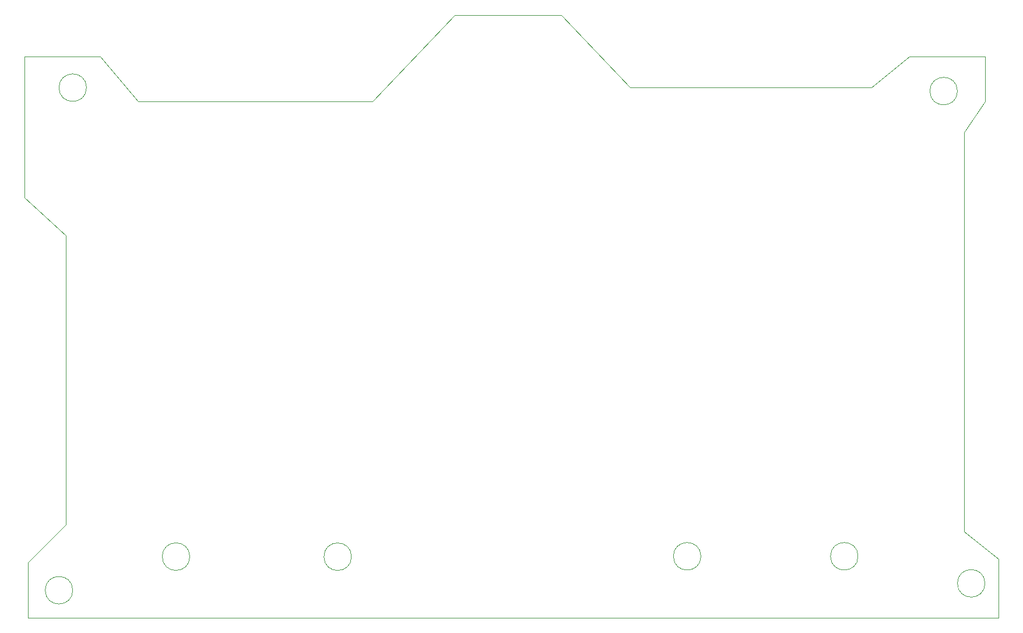
<source format=gbr>
%TF.GenerationSoftware,KiCad,Pcbnew,8.0.6*%
%TF.CreationDate,2024-11-02T11:22:20+01:00*%
%TF.ProjectId,Controller-BMU-Kombi,436f6e74-726f-46c6-9c65-722d424d552d,rev?*%
%TF.SameCoordinates,Original*%
%TF.FileFunction,Profile,NP*%
%FSLAX46Y46*%
G04 Gerber Fmt 4.6, Leading zero omitted, Abs format (unit mm)*
G04 Created by KiCad (PCBNEW 8.0.6) date 2024-11-02 11:22:20*
%MOMM*%
%LPD*%
G01*
G04 APERTURE LIST*
%TA.AperFunction,Profile*%
%ADD10C,0.050000*%
%TD*%
%TA.AperFunction,Profile*%
%ADD11C,0.100000*%
%TD*%
G04 APERTURE END LIST*
D10*
X81000000Y-47500000D02*
G75*
G02*
X77000000Y-47500000I-2000000J0D01*
G01*
X77000000Y-47500000D02*
G75*
G02*
X81000000Y-47500000I2000000J0D01*
G01*
X207500000Y-48000000D02*
G75*
G02*
X203500000Y-48000000I-2000000J0D01*
G01*
X203500000Y-48000000D02*
G75*
G02*
X207500000Y-48000000I2000000J0D01*
G01*
X160000000Y-47500000D02*
X195000000Y-47500000D01*
X200500000Y-43000000D01*
X211500000Y-43000000D01*
X211500000Y-49500000D01*
X208500000Y-54000000D01*
X208500000Y-112000000D01*
X213500000Y-116000000D01*
X213500000Y-124500000D01*
X72500000Y-124500000D01*
X72500000Y-116500000D01*
X78000000Y-111000000D01*
X78000000Y-69000000D01*
X72000000Y-63500000D01*
X72000000Y-43000000D01*
X83000000Y-43000000D01*
X88500000Y-49500000D01*
X122500000Y-49500000D01*
X134500000Y-37000000D01*
X150000000Y-37000000D01*
X160000000Y-47500000D01*
X211500000Y-119500000D02*
G75*
G02*
X207500000Y-119500000I-2000000J0D01*
G01*
X207500000Y-119500000D02*
G75*
G02*
X211500000Y-119500000I2000000J0D01*
G01*
X79000000Y-120500000D02*
G75*
G02*
X75000000Y-120500000I-2000000J0D01*
G01*
X75000000Y-120500000D02*
G75*
G02*
X79000000Y-120500000I2000000J0D01*
G01*
D11*
%TO.C,U12*%
X170245000Y-115570000D02*
G75*
G02*
X166245000Y-115570000I-2000000J0D01*
G01*
X166245000Y-115570000D02*
G75*
G02*
X170245000Y-115570000I2000000J0D01*
G01*
%TO.C,U13*%
X96000000Y-115620091D02*
G75*
G02*
X92000000Y-115620091I-2000000J0D01*
G01*
X92000000Y-115620091D02*
G75*
G02*
X96000000Y-115620091I2000000J0D01*
G01*
%TO.C,U10*%
X119485000Y-115630000D02*
G75*
G02*
X115485000Y-115630000I-2000000J0D01*
G01*
X115485000Y-115630000D02*
G75*
G02*
X119485000Y-115630000I2000000J0D01*
G01*
%TO.C,U11*%
X193065000Y-115570000D02*
G75*
G02*
X189065000Y-115570000I-2000000J0D01*
G01*
X189065000Y-115570000D02*
G75*
G02*
X193065000Y-115570000I2000000J0D01*
G01*
%TD*%
M02*

</source>
